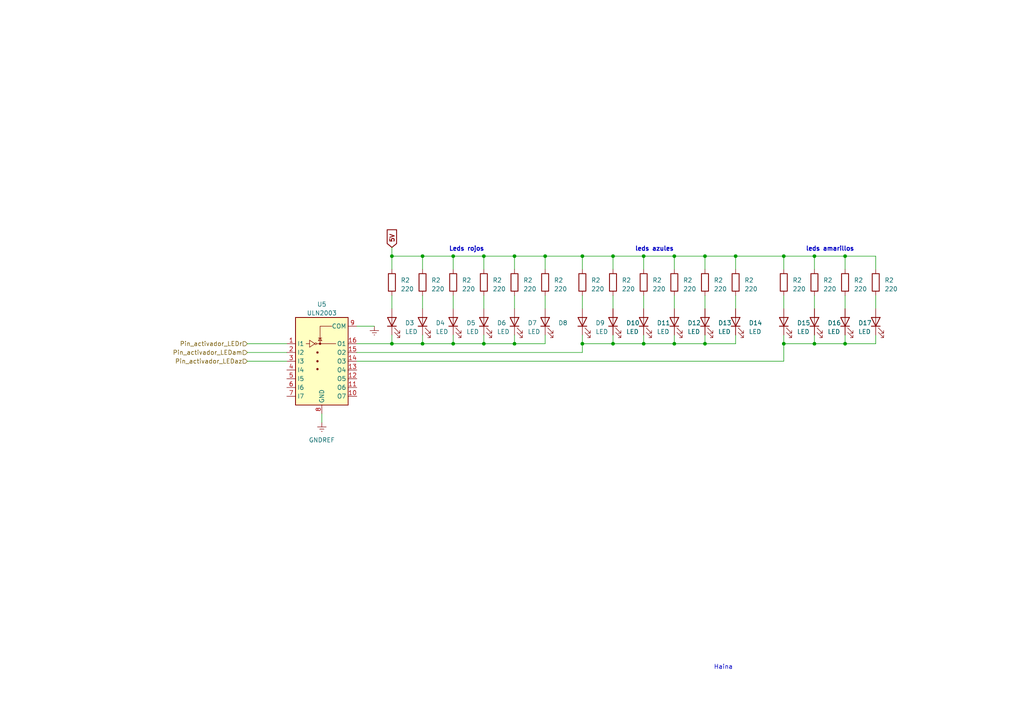
<source format=kicad_sch>
(kicad_sch (version 20230121) (generator eeschema)
  (paper "A4")
  (lib_symbols
    (symbol "Device:LED" (pin_numbers hide) (pin_names (offset 1.016) hide)
      (property "Reference" "D" (at 0 2.54 0))
      (property "Value" "LED" (at 0 -2.54 0))
      (symbol "LED_0_1"
        (polyline (pts (xy -1.27 -1.27) (xy -1.27 1.27)) (stroke (width 0.254)))
        (polyline (pts (xy -1.27 0) (xy 1.27 0)))
        (polyline (pts (xy 1.27 -1.27) (xy 1.27 1.27) (xy -1.27 0) (xy 1.27 -1.27)) (stroke (width 0.254)))
        (polyline (pts (xy -3.048 -0.762) (xy -4.572 -2.286) (xy -3.81 -2.286) (xy -4.572 -2.286) (xy -4.572 -1.524)))
        (polyline (pts (xy -1.778 -0.762) (xy -3.302 -2.286) (xy -2.54 -2.286) (xy -3.302 -2.286) (xy -3.302 -1.524)))
      )
      (symbol "LED_1_1"
        (pin passive line (at -3.81 0 0) (length 2.54) (name "K") (number "1"))
        (pin passive line (at 3.81 0 180) (length 2.54) (name "A") (number "2"))
      )
    )
    (symbol "Device:R" (pin_numbers hide) (pin_names (offset 0))
      (property "Reference" "R" (at 2.032 0 90))
      (property "Value" "R" (at 0 0 90))
      (symbol "R_0_1"
        (rectangle (start -1.016 -2.54) (end 1.016 2.54) (stroke (width 0.254)))
      )
      (symbol "R_1_1"
        (pin passive line (at 0 3.81 270) (length 1.27) (name "~") (number "1"))
        (pin passive line (at 0 -3.81 90) (length 1.27) (name "~") (number "2"))
      )
    )
    (symbol "Transistor_Array:ULN2003"
      (property "Reference" "U" (at 0 15.875 0))
      (property "Value" "ULN2003" (at 0 13.97 0))
      (symbol "ULN2003_0_1"
        (rectangle (start -7.62 -12.7) (end 7.62 12.7) (stroke (width 0.254)) (fill (type background)))
        (circle (center -1.778 5.08) (radius 0.254))
        (circle (center -1.27 -2.286) (radius 0.254) (fill (type outline)))
        (circle (center -1.27 0) (radius 0.254) (fill (type outline)))
        (circle (center -1.27 2.54) (radius 0.254) (fill (type outline)))
        (circle (center -0.508 5.08) (radius 0.254) (fill (type outline)))
        (polyline (pts (xy -4.572 5.08) (xy -3.556 5.08)))
        (polyline (pts (xy -1.524 5.08) (xy 4.064 5.08)))
        (polyline (pts (xy 0 6.731) (xy -1.016 6.731)))
        (polyline (pts (xy -0.508 5.08) (xy -0.508 10.16) (xy 2.921 10.16)))
        (polyline (pts (xy -3.556 6.096) (xy -3.556 4.064) (xy -2.032 5.08) (xy -3.556 6.096)))
        (polyline (pts (xy 0 5.969) (xy -1.016 5.969) (xy -0.508 6.731) (xy 0 5.969)))
      )
      (symbol "ULN2003_1_1"
        (pin input line (at -10.16 5.08 0) (length 2.54) (name "I1") (number "1"))
        (pin open_collector line (at 10.16 -10.16 180) (length 2.54) (name "O7") (number "10"))
        (pin open_collector line (at 10.16 -7.62 180) (length 2.54) (name "O6") (number "11"))
        (pin open_collector line (at 10.16 -5.08 180) (length 2.54) (name "O5") (number "12"))
        (pin open_collector line (at 10.16 -2.54 180) (length 2.54) (name "O4") (number "13"))
        (pin open_collector line (at 10.16 0 180) (length 2.54) (name "O3") (number "14"))
        (pin open_collector line (at 10.16 2.54 180) (length 2.54) (name "O2") (number "15"))
        (pin open_collector line (at 10.16 5.08 180) (length 2.54) (name "O1") (number "16"))
        (pin input line (at -10.16 2.54 0) (length 2.54) (name "I2") (number "2"))
        (pin input line (at -10.16 0 0) (length 2.54) (name "I3") (number "3"))
        (pin input line (at -10.16 -2.54 0) (length 2.54) (name "I4") (number "4"))
        (pin input line (at -10.16 -5.08 0) (length 2.54) (name "I5") (number "5"))
        (pin input line (at -10.16 -7.62 0) (length 2.54) (name "I6") (number "6"))
        (pin input line (at -10.16 -10.16 0) (length 2.54) (name "I7") (number "7"))
        (pin power_in line (at 0 -15.24 90) (length 2.54) (name "GND") (number "8"))
        (pin passive line (at 10.16 10.16 180) (length 2.54) (name "COM") (number "9"))
      )
    )
    (symbol "power:GNDREF" (power) (pin_names (offset 0))
      (property "Value" "GNDREF" (at 0 -3.81 0))
      (symbol "GNDREF_0_1"
        (polyline (pts (xy -0.635 -1.905) (xy 0.635 -1.905)))
        (polyline (pts (xy -0.127 -2.54) (xy 0.127 -2.54)))
        (polyline (pts (xy 0 -1.27) (xy 0 0)))
        (polyline (pts (xy 1.27 -1.27) (xy -1.27 -1.27)))
      )
      (symbol "GNDREF_1_1"
        (pin power_in line (at 0 0 270) (length 0) hide (name "GNDREF") (number "1"))
      )
    )
  )
  (junction (at 131.445 99.695))
  (junction (at 140.335 99.695))
  (junction (at 245.11 74.295))
  (junction (at 113.665 99.695))
  (junction (at 213.36 74.295))
  (junction (at 158.115 74.295))
  (junction (at 131.445 74.295))
  (junction (at 245.11 99.695))
  (junction (at 168.91 74.295))
  (junction (at 204.47 74.295))
  (junction (at 236.22 99.695))
  (junction (at 149.225 74.295))
  (junction (at 236.22 74.295))
  (junction (at 186.69 99.695))
  (junction (at 204.47 99.695))
  (junction (at 227.33 99.695))
  (junction (at 140.335 74.295))
  (junction (at 177.8 74.295))
  (junction (at 227.33 74.295))
  (junction (at 195.58 99.695))
  (junction (at 168.91 99.695))
  (junction (at 122.555 99.695))
  (junction (at 177.8 99.695))
  (junction (at 195.58 74.295))
  (junction (at 149.225 99.695))
  (junction (at 113.665 74.295))
  (junction (at 186.69 74.295))
  (junction (at 122.555 74.295))
  (wire (pts (xy 122.555 85.725) (xy 122.555 89.535)))
  (wire (pts (xy 177.8 74.295) (xy 186.69 74.295)))
  (wire (pts (xy 168.91 85.725) (xy 168.91 89.535)))
  (wire (pts (xy 168.91 97.155) (xy 168.91 99.695)))
  (wire (pts (xy 227.33 74.295) (xy 227.33 78.105)))
  (wire (pts (xy 122.555 74.295) (xy 131.445 74.295)))
  (wire (pts (xy 227.33 74.295) (xy 236.22 74.295)))
  (wire (pts (xy 213.36 97.155) (xy 213.36 99.695)))
  (wire (pts (xy 113.665 99.695) (xy 103.505 99.695)))
  (wire (pts (xy 245.11 97.155) (xy 245.11 99.695)))
  (wire (pts (xy 103.505 102.235) (xy 168.91 102.235)))
  (wire (pts (xy 168.91 99.695) (xy 168.91 102.235)))
  (wire (pts (xy 149.225 74.295) (xy 158.115 74.295)))
  (wire (pts (xy 168.91 74.295) (xy 177.8 74.295)))
  (wire (pts (xy 236.22 74.295) (xy 236.22 78.105)))
  (wire (pts (xy 195.58 85.725) (xy 195.58 89.535)))
  (wire (pts (xy 227.33 97.155) (xy 227.33 99.695)))
  (wire (pts (xy 186.69 99.695) (xy 195.58 99.695)))
  (wire (pts (xy 195.58 74.295) (xy 204.47 74.295)))
  (wire (pts (xy 213.36 74.295) (xy 213.36 78.105)))
  (wire (pts (xy 177.8 97.155) (xy 177.8 99.695)))
  (wire (pts (xy 236.22 85.725) (xy 236.22 89.535)))
  (wire (pts (xy 71.755 99.695) (xy 83.185 99.695)))
  (wire (pts (xy 158.115 97.155) (xy 158.115 99.695)))
  (wire (pts (xy 227.33 85.725) (xy 227.33 89.535)))
  (wire (pts (xy 93.345 120.015) (xy 93.345 122.555)))
  (wire (pts (xy 245.11 85.725) (xy 245.11 89.535)))
  (wire (pts (xy 122.555 74.295) (xy 122.555 78.105)))
  (wire (pts (xy 204.47 97.155) (xy 204.47 99.695)))
  (wire (pts (xy 245.11 74.295) (xy 254 74.295)))
  (wire (pts (xy 245.11 74.295) (xy 245.11 78.105)))
  (wire (pts (xy 103.505 104.775) (xy 227.33 104.775)))
  (wire (pts (xy 177.8 99.695) (xy 186.69 99.695)))
  (wire (pts (xy 195.58 97.155) (xy 195.58 99.695)))
  (wire (pts (xy 204.47 85.725) (xy 204.47 89.535)))
  (wire (pts (xy 186.69 74.295) (xy 186.69 78.105)))
  (wire (pts (xy 131.445 85.725) (xy 131.445 89.535)))
  (wire (pts (xy 140.335 74.295) (xy 149.225 74.295)))
  (wire (pts (xy 131.445 74.295) (xy 131.445 78.105)))
  (wire (pts (xy 236.22 99.695) (xy 227.33 99.695)))
  (wire (pts (xy 113.665 99.695) (xy 122.555 99.695)))
  (wire (pts (xy 254 99.695) (xy 245.11 99.695)))
  (wire (pts (xy 236.22 97.155) (xy 236.22 99.695)))
  (wire (pts (xy 254 85.725) (xy 254 89.535)))
  (wire (pts (xy 245.11 99.695) (xy 236.22 99.695)))
  (wire (pts (xy 158.115 85.725) (xy 158.115 89.535)))
  (wire (pts (xy 158.115 74.295) (xy 158.115 78.105)))
  (wire (pts (xy 236.22 74.295) (xy 245.11 74.295)))
  (wire (pts (xy 71.755 102.235) (xy 83.185 102.235)))
  (wire (pts (xy 186.69 85.725) (xy 186.69 89.535)))
  (wire (pts (xy 140.335 74.295) (xy 140.335 78.105)))
  (wire (pts (xy 227.33 104.775) (xy 227.33 99.695)))
  (wire (pts (xy 168.91 99.695) (xy 177.8 99.695)))
  (wire (pts (xy 140.335 85.725) (xy 140.335 89.535)))
  (wire (pts (xy 177.8 85.725) (xy 177.8 89.535)))
  (wire (pts (xy 186.69 74.295) (xy 195.58 74.295)))
  (wire (pts (xy 254 74.295) (xy 254 78.105)))
  (wire (pts (xy 149.225 99.695) (xy 140.335 99.695)))
  (wire (pts (xy 204.47 74.295) (xy 213.36 74.295)))
  (wire (pts (xy 113.665 74.295) (xy 113.665 78.105)))
  (wire (pts (xy 149.225 97.155) (xy 149.225 99.695)))
  (wire (pts (xy 103.505 94.615) (xy 108.585 94.615)))
  (wire (pts (xy 158.115 99.695) (xy 149.225 99.695)))
  (wire (pts (xy 149.225 74.295) (xy 149.225 78.105)))
  (wire (pts (xy 204.47 74.295) (xy 204.47 78.105)))
  (wire (pts (xy 140.335 97.155) (xy 140.335 99.695)))
  (wire (pts (xy 113.665 85.725) (xy 113.665 89.535)))
  (wire (pts (xy 227.33 74.295) (xy 213.36 74.295)))
  (wire (pts (xy 113.665 74.295) (xy 122.555 74.295)))
  (wire (pts (xy 195.58 99.695) (xy 204.47 99.695)))
  (wire (pts (xy 213.36 99.695) (xy 204.47 99.695)))
  (wire (pts (xy 168.91 74.295) (xy 168.91 78.105)))
  (wire (pts (xy 177.8 74.295) (xy 177.8 78.105)))
  (wire (pts (xy 254 97.155) (xy 254 99.695)))
  (wire (pts (xy 131.445 97.155) (xy 131.445 99.695)))
  (wire (pts (xy 113.665 71.755) (xy 113.665 74.295)))
  (wire (pts (xy 149.225 85.725) (xy 149.225 89.535)))
  (wire (pts (xy 195.58 74.295) (xy 195.58 78.105)))
  (wire (pts (xy 113.665 97.155) (xy 113.665 99.695)))
  (wire (pts (xy 71.755 104.775) (xy 83.185 104.775)))
  (wire (pts (xy 168.91 74.295) (xy 158.115 74.295)))
  (wire (pts (xy 213.36 85.725) (xy 213.36 89.535)))
  (wire (pts (xy 131.445 74.295) (xy 140.335 74.295)))
  (wire (pts (xy 140.335 99.695) (xy 131.445 99.695)))
  (wire (pts (xy 131.445 99.695) (xy 122.555 99.695)))
  (wire (pts (xy 186.69 99.695) (xy 186.69 97.155)))
  (wire (pts (xy 122.555 97.155) (xy 122.555 99.695)))
  (text "leds amarillos" (at 233.68 73.025 0) (effects (font (size 1.27 1.27) bold) (justify left bottom)))
  (text "Haina" (at 207.01 194.31 0) (effects (font (size 1.27 1.27)) (justify left bottom)))
  (text "Leds rojos" (at 130.175 73.025 0) (effects (font (size 1.27 1.27) bold) (justify left bottom)))
  (text "leds azules" (at 184.15 73.025 0) (effects (font (size 1.27 1.27) bold) (justify left bottom)))
  (global_label "5V" (shape input) (at 113.665 71.755 90) (effects (font bold)) (property "Intersheetrefs" "${INTERSHEET_REFS}" (effects hide)))
  (hierarchical_label "Pin_activador_LEDam" (shape input) (at 71.755 102.235 180))
  (hierarchical_label "Pin_activador_LEDr" (shape input) (at 71.755 99.695 180))
  (hierarchical_label "Pin_activador_LEDaz" (shape input) (at 71.755 104.775 180))
  (symbol (lib_id "Device:R") (at 113.665 81.915 0) (unit 1)
    (property "Reference" "R2" (at 116.205 81.28 0) (effects (justify left)))
    (property "Value" "220" (at 116.205 83.82 0) (effects (justify left)))
    (property "Footprint" "Resistor_SMD:R_0603_1608Metric" (effects hide))
    (instances (project "KISS_V2" (path "" (reference "R2") (unit 1)) (path "" (reference "R6") (unit 1))))
  )
  (symbol (lib_id "Device:LED") (at 113.665 93.345 90) (unit 1)
    (property "Reference" "D3" (at 117.475 93.6624 90) (effects (justify right)))
    (property "Value" "LED" (at 117.475 96.2024 90) (effects (justify right)))
    (property "Footprint" "LED_SMD:LED_1206_3216Metric" (effects hide))
    (instances (project "KISS_V2" (path "" (reference "D3") (unit 1))) (project "driver" (path "" (reference "D?") (unit 1))))
  )
  (symbol (lib_id "Device:LED") (at 131.445 93.345 90) (unit 1)
    (property "Reference" "D5" (at 135.255 93.6624 90) (effects (justify right)))
    (property "Value" "LED" (at 135.255 96.2024 90) (effects (justify right)))
    (property "Footprint" "LED_SMD:LED_1206_3216Metric" (effects hide))
    (instances (project "KISS_V2" (path "" (reference "D5") (unit 1))) (project "driver" (path "" (reference "D?") (unit 1))))
  )
  (symbol (lib_id "Device:LED") (at 245.11 93.345 90) (unit 1)
    (property "Reference" "D17" (at 248.92 93.6624 90) (effects (justify right)))
    (property "Value" "LED" (at 248.92 96.2024 90) (effects (justify right)))
    (property "Footprint" "LED_SMD:LED_1206_3216Metric" (effects hide))
    (instances (project "KISS_V2" (path "" (reference "D17") (unit 1))) (project "driver" (path "" (reference "D?") (unit 1))))
  )
  (symbol (lib_id "power:GNDREF") (at 93.345 122.555 0) (unit 1)
    (property "Reference" "#PWR09" (effects hide))
    (property "Value" "GNDREF" (at 89.535 127.635 0) (effects (justify left)))
    (instances (project "KISS_V2" (path "" (reference "#PWR09") (unit 1))) (project "driver" (path "" (reference "#PWR?") (unit 1))))
  )
  (symbol (lib_id "Device:R") (at 204.47 81.915 0) (unit 1)
    (property "Reference" "R2" (at 207.01 81.28 0) (effects (justify left)))
    (property "Value" "220" (at 207.01 83.82 0) (effects (justify left)))
    (property "Footprint" "Resistor_SMD:R_0603_1608Metric" (effects hide))
    (instances (project "KISS_V2" (path "" (reference "R2") (unit 1)) (path "" (reference "R16") (unit 1))))
  )
  (symbol (lib_id "Device:R") (at 177.8 81.915 0) (unit 1)
    (property "Reference" "R2" (at 180.34 81.28 0) (effects (justify left)))
    (property "Value" "220" (at 180.34 83.82 0) (effects (justify left)))
    (property "Footprint" "Resistor_SMD:R_0603_1608Metric" (effects hide))
    (instances (project "KISS_V2" (path "" (reference "R2") (unit 1)) (path "" (reference "R13") (unit 1))))
  )
  (symbol (lib_id "Device:LED") (at 168.91 93.345 90) (unit 1)
    (property "Reference" "D9" (at 172.72 93.6624 90) (effects (justify right)))
    (property "Value" "LED" (at 172.72 96.2024 90) (effects (justify right)))
    (property "Footprint" "LED_SMD:LED_1206_3216Metric" (effects hide))
    (instances (project "KISS_V2" (path "" (reference "D9") (unit 1))) (project "driver" (path "" (reference "D?") (unit 1))))
  )
  (symbol (lib_id "Device:LED") (at 204.47 93.345 90) (unit 1)
    (property "Reference" "D13" (at 208.28 93.6624 90) (effects (justify right)))
    (property "Value" "LED" (at 208.28 96.2024 90) (effects (justify right)))
    (property "Footprint" "LED_SMD:LED_1206_3216Metric" (effects hide))
    (instances (project "KISS_V2" (path "" (reference "D13") (unit 1))) (project "driver" (path "" (reference "D?") (unit 1))))
  )
  (symbol (lib_id "Device:LED") (at 149.225 93.345 90) (unit 1)
    (property "Reference" "D7" (at 153.035 93.6624 90) (effects (justify right)))
    (property "Value" "LED" (at 153.035 96.2024 90) (effects (justify right)))
    (property "Footprint" "LED_SMD:LED_1206_3216Metric" (effects hide))
    (instances (project "KISS_V2" (path "" (reference "D7") (unit 1))) (project "driver" (path "" (reference "D?") (unit 1))))
  )
  (symbol (lib_id "Device:R") (at 131.445 81.915 0) (unit 1)
    (property "Reference" "R2" (at 133.985 81.28 0) (effects (justify left)))
    (property "Value" "220" (at 133.985 83.82 0) (effects (justify left)))
    (property "Footprint" "Resistor_SMD:R_0603_1608Metric" (effects hide))
    (instances (project "KISS_V2" (path "" (reference "R2") (unit 1)) (path "" (reference "R8") (unit 1))))
  )
  (symbol (lib_id "Device:R") (at 140.335 81.915 0) (unit 1)
    (property "Reference" "R2" (at 142.875 81.28 0) (effects (justify left)))
    (property "Value" "220" (at 142.875 83.82 0) (effects (justify left)))
    (property "Footprint" "Resistor_SMD:R_0603_1608Metric" (effects hide))
    (instances (project "KISS_V2" (path "" (reference "R2") (unit 1)) (path "" (reference "R9") (unit 1))))
  )
  (symbol (lib_id "Device:R") (at 149.225 81.915 0) (unit 1)
    (property "Reference" "R2" (at 151.765 81.28 0) (effects (justify left)))
    (property "Value" "220" (at 151.765 83.82 0) (effects (justify left)))
    (property "Footprint" "Resistor_SMD:R_0603_1608Metric" (effects hide))
    (instances (project "KISS_V2" (path "" (reference "R2") (unit 1)) (path "" (reference "R10") (unit 1))))
  )
  (symbol (lib_id "Device:R") (at 186.69 81.915 0) (unit 1)
    (property "Reference" "R2" (at 189.23 81.28 0) (effects (justify left)))
    (property "Value" "220" (at 189.23 83.82 0) (effects (justify left)))
    (property "Footprint" "Resistor_SMD:R_0603_1608Metric" (effects hide))
    (instances (project "KISS_V2" (path "" (reference "R2") (unit 1)) (path "" (reference "R14") (unit 1))))
  )
  (symbol (lib_id "Device:R") (at 122.555 81.915 0) (unit 1)
    (property "Reference" "R2" (at 125.095 81.28 0) (effects (justify left)))
    (property "Value" "220" (at 125.095 83.82 0) (effects (justify left)))
    (property "Footprint" "Resistor_SMD:R_0603_1608Metric" (effects hide))
    (instances (project "KISS_V2" (path "" (reference "R2") (unit 1)) (path "" (reference "R7") (unit 1))))
  )
  (symbol (lib_id "Device:LED") (at 158.115 93.345 90) (unit 1)
    (property "Reference" "D8" (at 161.925 93.6624 90) (effects (justify right)))
    (property "Value" "LED" (effects hide))
    (property "Footprint" "LED_SMD:LED_1206_3216Metric" (effects hide))
    (instances (project "KISS_V2" (path "" (reference "D8") (unit 1))) (project "driver" (path "" (reference "D?") (unit 1))))
  )
  (symbol (lib_id "Device:R") (at 227.33 81.915 0) (unit 1)
    (property "Reference" "R2" (at 229.87 81.28 0) (effects (justify left)))
    (property "Value" "220" (at 229.87 83.82 0) (effects (justify left)))
    (property "Footprint" "Resistor_SMD:R_0603_1608Metric" (effects hide))
    (instances (project "KISS_V2" (path "" (reference "R2") (unit 1)) (path "" (reference "R18") (unit 1))))
  )
  (symbol (lib_id "Device:LED") (at 236.22 93.345 90) (unit 1)
    (property "Reference" "D16" (at 240.03 93.6624 90) (effects (justify right)))
    (property "Value" "LED" (at 240.03 96.2024 90) (effects (justify right)))
    (property "Footprint" "LED_SMD:LED_1206_3216Metric" (effects hide))
    (instances (project "KISS_V2" (path "" (reference "D16") (unit 1))) (project "driver" (path "" (reference "D?") (unit 1))))
  )
  (symbol (lib_id "Device:R") (at 236.22 81.915 0) (unit 1)
    (property "Reference" "R2" (at 238.76 81.28 0) (effects (justify left)))
    (property "Value" "220" (at 238.76 83.82 0) (effects (justify left)))
    (property "Footprint" "Resistor_SMD:R_0603_1608Metric" (effects hide))
    (instances (project "KISS_V2" (path "" (reference "R2") (unit 1)) (path "" (reference "R19") (unit 1))))
  )
  (symbol (lib_id "Device:LED") (at 177.8 93.345 90) (unit 1)
    (property "Reference" "D10" (at 181.61 93.6624 90) (effects (justify right)))
    (property "Value" "LED" (at 181.61 96.2024 90) (effects (justify right)))
    (property "Footprint" "LED_SMD:LED_1206_3216Metric" (effects hide))
    (instances (project "KISS_V2" (path "" (reference "D10") (unit 1))) (project "driver" (path "" (reference "D?") (unit 1))))
  )
  (symbol (lib_id "Device:LED") (at 195.58 93.345 90) (unit 1)
    (property "Reference" "D12" (at 199.39 93.6624 90) (effects (justify right)))
    (property "Value" "LED" (at 199.39 96.2024 90) (effects (justify right)))
    (property "Footprint" "LED_SMD:LED_1206_3216Metric" (effects hide))
    (instances (project "KISS_V2" (path "" (reference "D12") (unit 1))) (project "driver" (path "" (reference "D?") (unit 1))))
  )
  (symbol (lib_id "Transistor_Array:ULN2003") (at 93.345 104.775 0) (unit 1)
    (property "Reference" "U5" (at 93.345 88.265 0))
    (property "Value" "ULN2003" (at 93.345 90.805 0))
    (property "Footprint" "Package_SO:SOIC-16_4.55x10.3mm_P1.27mm" (effects hide))
    (property "Datasheet" "http://www.ti.com/lit/ds/symlink/uln2003a.pdf" (effects hide))
  )
  (symbol (lib_id "Device:LED") (at 213.36 93.345 90) (unit 1)
    (property "Reference" "D14" (at 217.17 93.6624 90) (effects (justify right)))
    (property "Value" "LED" (at 217.17 96.2024 90) (effects (justify right)))
    (property "Footprint" "LED_SMD:LED_1206_3216Metric" (effects hide))
    (instances (project "KISS_V2" (path "" (reference "D14") (unit 1))) (project "driver" (path "" (reference "D?") (unit 1))))
  )
  (symbol (lib_id "Device:R") (at 195.58 81.915 0) (unit 1)
    (property "Reference" "R2" (at 198.12 81.28 0) (effects (justify left)))
    (property "Value" "220" (at 198.12 83.82 0) (effects (justify left)))
    (property "Footprint" "Resistor_SMD:R_0603_1608Metric" (effects hide))
    (instances (project "KISS_V2" (path "" (reference "R2") (unit 1)) (path "" (reference "R15") (unit 1))))
  )
  (symbol (lib_id "Device:LED") (at 122.555 93.345 90) (unit 1)
    (property "Reference" "D4" (at 126.365 93.6624 90) (effects (justify right)))
    (property "Value" "LED" (at 126.365 96.2024 90) (effects (justify right)))
    (property "Footprint" "LED_SMD:LED_1206_3216Metric" (effects hide))
    (instances (project "KISS_V2" (path "" (reference "D4") (unit 1))) (project "driver" (path "" (reference "D?") (unit 1))))
  )
  (symbol (lib_id "Device:LED") (at 254 93.345 90) (unit 1)
    (property "Reference" "D18" (effects hide))
    (property "Value" "LED" (effects hide))
    (property "Footprint" "LED_SMD:LED_1206_3216Metric" (effects hide))
    (instances (project "KISS_V2" (path "" (reference "D18") (unit 1))) (project "driver" (path "" (reference "D?") (unit 1))))
  )
  (symbol (lib_id "Device:LED") (at 186.69 93.345 90) (unit 1)
    (property "Reference" "D11" (at 190.5 93.6624 90) (effects (justify right)))
    (property "Value" "LED" (at 190.5 96.2024 90) (effects (justify right)))
    (property "Footprint" "LED_SMD:LED_1206_3216Metric" (effects hide))
    (instances (project "KISS_V2" (path "" (reference "D11") (unit 1))) (project "driver" (path "" (reference "D?") (unit 1))))
  )
  (symbol (lib_id "Device:R") (at 158.115 81.915 0) (unit 1)
    (property "Reference" "R2" (at 160.655 81.28 0) (effects (justify left)))
    (property "Value" "220" (at 160.655 83.82 0) (effects (justify left)))
    (property "Footprint" "Resistor_SMD:R_0603_1608Metric" (effects hide))
    (instances (project "KISS_V2" (path "" (reference "R2") (unit 1)) (path "" (reference "R11") (unit 1))))
  )
  (symbol (lib_id "Device:R") (at 245.11 81.915 0) (unit 1)
    (property "Reference" "R2" (at 247.65 81.28 0) (effects (justify left)))
    (property "Value" "220" (at 247.65 83.82 0) (effects (justify left)))
    (property "Footprint" "Resistor_SMD:R_0603_1608Metric" (effects hide))
    (instances (project "KISS_V2" (path "" (reference "R2") (unit 1)) (path "" (reference "R20") (unit 1))))
  )
  (symbol (lib_id "Device:LED") (at 140.335 93.345 90) (unit 1)
    (property "Reference" "D6" (at 144.145 93.6624 90) (effects (justify right)))
    (property "Value" "LED" (at 144.145 96.2024 90) (effects (justify right)))
    (property "Footprint" "LED_SMD:LED_1206_3216Metric" (effects hide))
    (instances (project "KISS_V2" (path "" (reference "D6") (unit 1))) (project "driver" (path "" (reference "D?") (unit 1))))
  )
  (symbol (lib_id "power:GNDREF") (at 108.585 94.615 0) (unit 1)
    (property "Reference" "#PWR010" (effects hide))
    (property "Value" "GNDREF" (effects hide))
    (instances (project "KISS_V2" (path "" (reference "#PWR010") (unit 1))) (project "driver" (path "" (reference "#PWR?") (unit 1))))
  )
  (symbol (lib_id "Device:R") (at 254 81.915 0) (unit 1)
    (property "Reference" "R2" (at 256.54 81.28 0) (effects (justify left)))
    (property "Value" "220" (at 256.54 83.82 0) (effects (justify left)))
    (property "Footprint" "Resistor_SMD:R_0603_1608Metric" (effects hide))
    (instances (project "KISS_V2" (path "" (reference "R2") (unit 1)) (path "" (reference "R21") (unit 1))))
  )
  (symbol (lib_id "Device:R") (at 168.91 81.915 0) (unit 1)
    (property "Reference" "R2" (at 171.45 81.28 0) (effects (justify left)))
    (property "Value" "220" (at 171.45 83.82 0) (effects (justify left)))
    (property "Footprint" "Resistor_SMD:R_0603_1608Metric" (effects hide))
    (instances (project "KISS_V2" (path "" (reference "R2") (unit 1)) (path "" (reference "R12") (unit 1))))
  )
  (symbol (lib_id "Device:R") (at 213.36 81.915 0) (unit 1)
    (property "Reference" "R2" (at 215.9 81.28 0) (effects (justify left)))
    (property "Value" "220" (at 215.9 83.82 0) (effects (justify left)))
    (property "Footprint" "Resistor_SMD:R_0603_1608Metric" (effects hide))
    (instances (project "KISS_V2" (path "" (reference "R2") (unit 1)) (path "" (reference "R17") (unit 1))))
  )
  (symbol (lib_id "Device:LED") (at 227.33 93.345 90) (unit 1)
    (property "Reference" "D15" (at 231.14 93.6624 90) (effects (justify right)))
    (property "Value" "LED" (at 231.14 96.2024 90) (effects (justify right)))
    (property "Footprint" "LED_SMD:LED_1206_3216Metric" (effects hide))
    (instances (project "KISS_V2" (path "" (reference "D15") (unit 1))) (project "driver" (path "" (reference "D?") (unit 1))))
  )
)
</source>
